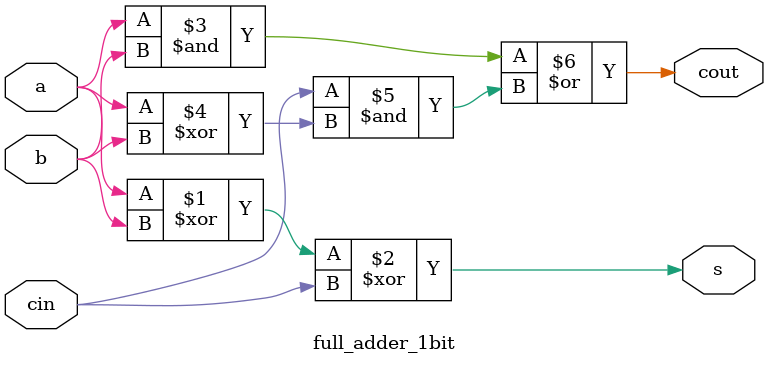
<source format=v>
module Adder_4 (
    input [3:0] A,   // First 4-bit input operand
    input [3:0] B,   // Second 4-bit input operand
    output [4:0] sum // 5-bit output sum (includes carry-out)
);

    // Instantiate the parameterized ripple-carry adder module
    // Configure it for N = 4 bits.
    // The parameterized module handles the ripple-carry chain internally.
    ripple_carry_adder #(
        .N (4) // Specify the number of bits for the adder
    ) rca_inst (
        .A     (A),     // Connect the first N-bit input
        .B     (B),     // Connect the second N-bit input
        .sum_o (sum)    // Connect the (N+1)-bit output sum (N bits + carry-out)
    );

endmodule

//============================================================================
// Submodule: Parameterized N-bit Ripple-Carry Adder
// This module implements an N-bit ripple-carry adder by instantiating
// N 1-bit full adders in a chain.
// It takes N-bit inputs and produces an (N+1)-bit output (sum + carry-out).
// Parameter N determines the width of the adder.
//============================================================================
module ripple_carry_adder #(
    parameter N = 4 // Default number of bits for the adder
) (
    input [N-1:0] A,     // First N-bit input operand
    input [N-1:0] B,     // Second N-bit input operand
    output [N:0]  sum_o  // (N+1)-bit output sum (includes final carry-out)
);

    // Internal wires to connect carry signals between full adders.
    // carry[0] is the carry-in to the LSB (bit 0).
    // carry[i] is the carry-in to bit i.
    // carry[i+1] is the carry-out from bit i.
    // carry[N] is the carry-out from the MSB (bit N-1), which becomes sum_o[N].
    wire [N:0] carry;

    // The carry-in to the least significant bit (bit 0) is always 0
    // for a standard adder operation without an external carry-in.
    assign carry[0] = 1'b0;

    // Generate block to instantiate N full_adder_1bit modules.
    // This loop creates the ripple-carry chain, connecting the carry-out
    // of each bit's adder to the carry-in of the next bit's adder.
    genvar i; // Generate loop variable
    generate
        for (i = 0; i < N; i = i + 1) begin : gen_adder_bit
            // Instantiate a 1-bit full adder for each bit position (i)
            full_adder_1bit fa_inst (
                .a    (A[i]),         // Connect the i-th bit of input A
                .b    (B[i]),         // Connect the i-th bit of input B
                .cin  (carry[i]),     // Connect the carry-in for this bit (from previous stage)
                .s    (sum_o[i]),     // Connect the sum output for this bit
                .cout (carry[i+1])    // Connect the carry-out from this bit (to next stage)
            );
        end
    endgenerate

    // The final carry-out from the most significant bit's full adder (carry[N])
    // is already connected to sum_o[N] via the loop structure (specifically,
    // the last iteration where i = N-1 connects its cout to carry[N], which
    // is the signal connected to sum_o[N] in the port list).

endmodule

//============================================================================
// Submodule: 1-bit Full Adder
// This module performs the addition of two input bits (a, b) and a carry-in bit (cin).
// It produces a sum bit (s) and a carry-out bit (cout).
// Implemented using boolean logic expressions.
//============================================================================
module full_adder_1bit (
    input  a,   // First input bit
    input  b,   // Second input bit
    input  cin, // Carry-in bit
    output s,   // Sum bit (a XOR b XOR cin)
    output cout // Carry-out bit
);

    // Logic for the sum bit: sum = a XOR b XOR cin
    assign s = a ^ b ^ cin;

    // Logic for the carry-out bit: cout = (a AND b) OR (a AND cin) OR (b AND cin)
    // Alternative form: cout = (a AND b) OR (cin AND (a XOR b))
    // This alternative form can sometimes lead to different gate implementations
    // and potentially affect PPA (Power, Performance, Area).
    assign cout = (a & b) | (cin & (a ^ b));

endmodule
</source>
